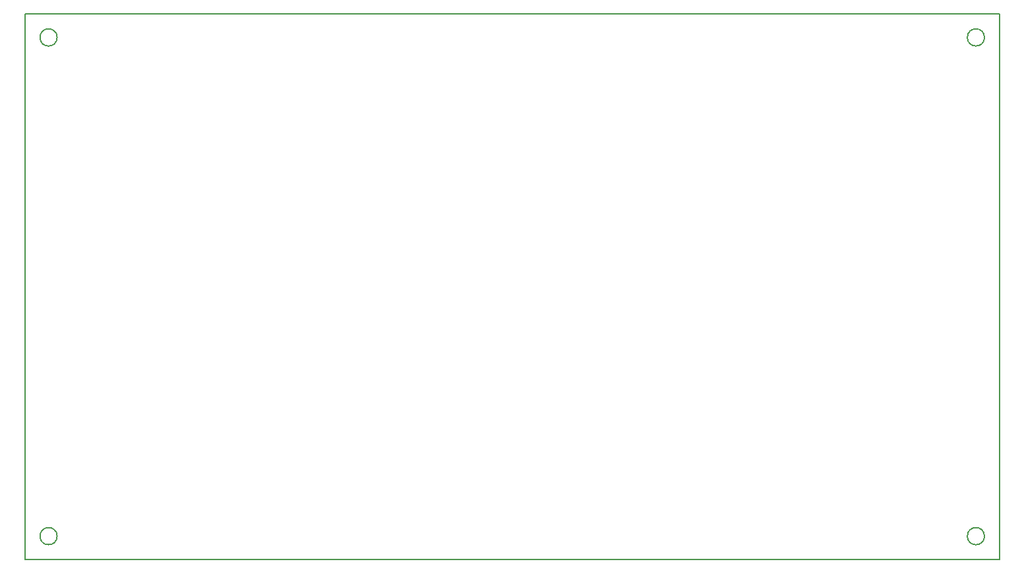
<source format=gm1>
%TF.GenerationSoftware,KiCad,Pcbnew,(6.0.11)*%
%TF.CreationDate,2023-08-03T06:57:00+09:00*%
%TF.ProjectId,motordriver,6d6f746f-7264-4726-9976-65722e6b6963,rev?*%
%TF.SameCoordinates,Original*%
%TF.FileFunction,Profile,NP*%
%FSLAX46Y46*%
G04 Gerber Fmt 4.6, Leading zero omitted, Abs format (unit mm)*
G04 Created by KiCad (PCBNEW (6.0.11)) date 2023-08-03 06:57:00*
%MOMM*%
%LPD*%
G01*
G04 APERTURE LIST*
%TA.AperFunction,Profile*%
%ADD10C,0.200000*%
%TD*%
G04 APERTURE END LIST*
D10*
X87250000Y-57250000D02*
X87250000Y-127250000D01*
X91350000Y-124250000D02*
G75*
G03*
X91350000Y-124250000I-1100000J0D01*
G01*
X212250000Y-127250000D02*
X212250000Y-57250000D01*
X210350000Y-124250000D02*
G75*
G03*
X210350000Y-124250000I-1100000J0D01*
G01*
X91350000Y-60250000D02*
G75*
G03*
X91350000Y-60250000I-1100000J0D01*
G01*
X212250000Y-57250000D02*
X87250000Y-57250000D01*
X210350000Y-60250000D02*
G75*
G03*
X210350000Y-60250000I-1100000J0D01*
G01*
X87250000Y-127250000D02*
X212250000Y-127250000D01*
M02*

</source>
